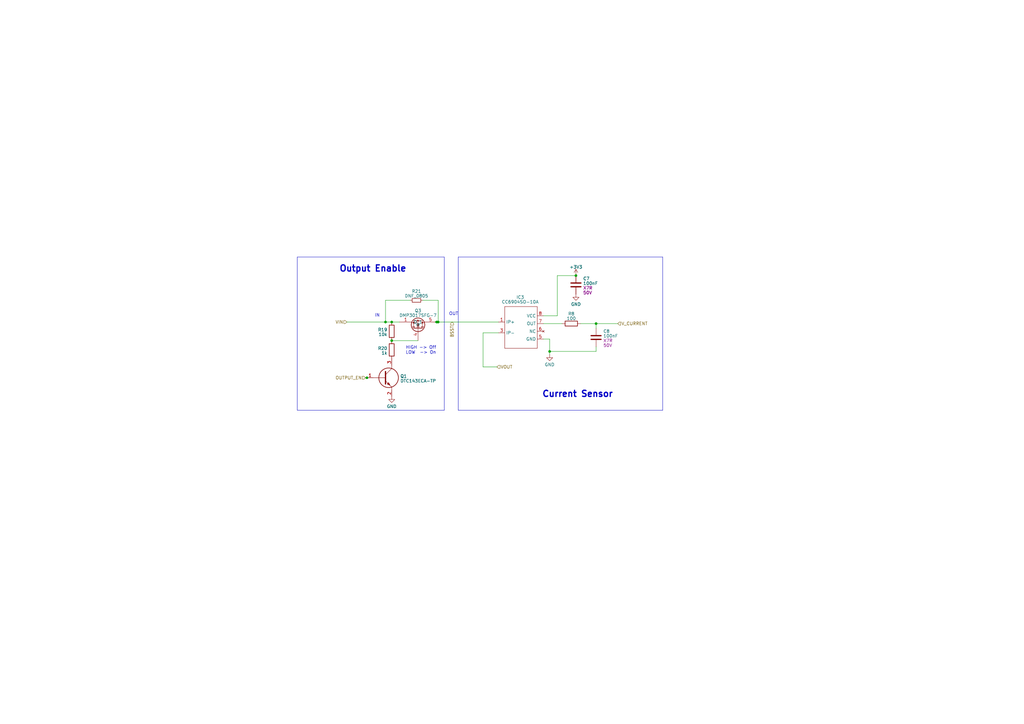
<source format=kicad_sch>
(kicad_sch
	(version 20231120)
	(generator "eeschema")
	(generator_version "8.0")
	(uuid "1aecf347-9e99-4b13-affe-538e8f18b9c4")
	(paper "A3")
	(lib_symbols
		(symbol "Capacitor_JLC:100n"
			(pin_numbers hide)
			(pin_names
				(offset 0.254)
			)
			(exclude_from_sim no)
			(in_bom yes)
			(on_board yes)
			(property "Reference" "C"
				(at 3.175 3.175 0)
				(effects
					(font
						(size 1.27 1.27)
					)
					(justify left)
				)
			)
			(property "Value" "100n"
				(at 3.175 1.27 0)
				(effects
					(font
						(size 1.27 1.27)
					)
					(justify left)
				)
			)
			(property "Footprint" "Capacitor_SMD:C_0402_1005Metric"
				(at 32.385 -1.905 0)
				(effects
					(font
						(size 1.27 1.27)
					)
					(hide yes)
				)
			)
			(property "Datasheet" "~"
				(at 0 0 0)
				(effects
					(font
						(size 1.27 1.27)
					)
					(hide yes)
				)
			)
			(property "Description" "Unpolarized capacitor"
				(at 0 0 0)
				(effects
					(font
						(size 1.27 1.27)
					)
					(hide yes)
				)
			)
			(property "Type" "X7R"
				(at 5.08 -3.175 0)
				(effects
					(font
						(size 1.27 1.27)
					)
				)
			)
			(property "LCSC" "C307331"
				(at 19.685 0 0)
				(effects
					(font
						(size 1.27 1.27)
					)
					(hide yes)
				)
			)
			(property "Voltage" "50V"
				(at 5.08 -1.27 0)
				(effects
					(font
						(size 1.27 1.27)
					)
				)
			)
			(property "ki_keywords" "cap capacitor"
				(at 0 0 0)
				(effects
					(font
						(size 1.27 1.27)
					)
					(hide yes)
				)
			)
			(property "ki_fp_filters" "C_*"
				(at 0 0 0)
				(effects
					(font
						(size 1.27 1.27)
					)
					(hide yes)
				)
			)
			(symbol "100n_0_1"
				(polyline
					(pts
						(xy -2.032 -0.762) (xy 2.032 -0.762)
					)
					(stroke
						(width 0.508)
						(type default)
					)
					(fill
						(type none)
					)
				)
				(polyline
					(pts
						(xy -2.032 0.762) (xy 2.032 0.762)
					)
					(stroke
						(width 0.508)
						(type default)
					)
					(fill
						(type none)
					)
				)
			)
			(symbol "100n_1_1"
				(pin passive line
					(at 0 3.81 270)
					(length 2.794)
					(name "~"
						(effects
							(font
								(size 1.27 1.27)
							)
						)
					)
					(number "1"
						(effects
							(font
								(size 1.27 1.27)
							)
						)
					)
				)
				(pin passive line
					(at 0 -3.81 90)
					(length 2.794)
					(name "~"
						(effects
							(font
								(size 1.27 1.27)
							)
						)
					)
					(number "2"
						(effects
							(font
								(size 1.27 1.27)
							)
						)
					)
				)
			)
		)
		(symbol "Misc_JLC:CC6904SO-10A"
			(exclude_from_sim no)
			(in_bom yes)
			(on_board yes)
			(property "Reference" "IC?"
				(at 8.89 10.16 0)
				(effects
					(font
						(size 1.27 1.27)
					)
				)
			)
			(property "Value" "CC6904SO-10A"
				(at 8.89 7.62 0)
				(effects
					(font
						(size 1.27 1.27)
					)
				)
			)
			(property "Footprint" "Package_SO:SOP-8_3.9x4.9mm_P1.27mm"
				(at 48.26 27.305 0)
				(effects
					(font
						(size 1.27 1.27)
					)
					(hide yes)
				)
			)
			(property "Datasheet" "https://datasheet.lcsc.com/lcsc/2104011834_Cross-chip-CC6904SO-10A_C469389.pdf"
				(at 70.485 24.765 0)
				(effects
					(font
						(size 1.27 1.27)
					)
					(hide yes)
				)
			)
			(property "Description" "SOP-8 Current Sensors ROHS"
				(at 0 0 0)
				(effects
					(font
						(size 1.27 1.27)
					)
					(hide yes)
				)
			)
			(property "LCSC" "C469389"
				(at 32.385 21.59 0)
				(effects
					(font
						(size 1.27 1.27)
					)
					(hide yes)
				)
			)
			(symbol "CC6904SO-10A_0_1"
				(rectangle
					(start 2.54 6.35)
					(end 15.875 -10.795)
					(stroke
						(width 0)
						(type default)
					)
					(fill
						(type none)
					)
				)
			)
			(symbol "CC6904SO-10A_1_1"
				(pin input line
					(at 0 0 0)
					(length 2.54)
					(name "IP+"
						(effects
							(font
								(size 1.27 1.27)
							)
						)
					)
					(number "1"
						(effects
							(font
								(size 1.27 1.27)
							)
						)
					)
				)
				(pin input line
					(at 0 0 0)
					(length 2.54) hide
					(name "IP+"
						(effects
							(font
								(size 1.27 1.27)
							)
						)
					)
					(number "2"
						(effects
							(font
								(size 1.27 1.27)
							)
						)
					)
				)
				(pin input line
					(at 0 -4.445 0)
					(length 2.54)
					(name "IP-"
						(effects
							(font
								(size 1.27 1.27)
							)
						)
					)
					(number "3"
						(effects
							(font
								(size 1.27 1.27)
							)
						)
					)
				)
				(pin output line
					(at 0 -4.445 0)
					(length 2.54) hide
					(name "IP-"
						(effects
							(font
								(size 1.27 1.27)
							)
						)
					)
					(number "4"
						(effects
							(font
								(size 1.27 1.27)
							)
						)
					)
				)
				(pin power_in line
					(at 18.415 -6.985 180)
					(length 2.54)
					(name "GND"
						(effects
							(font
								(size 1.27 1.27)
							)
						)
					)
					(number "5"
						(effects
							(font
								(size 1.27 1.27)
							)
						)
					)
				)
				(pin no_connect line
					(at 18.415 -3.81 180)
					(length 2.54)
					(name "NC"
						(effects
							(font
								(size 1.27 1.27)
							)
						)
					)
					(number "6"
						(effects
							(font
								(size 1.27 1.27)
							)
						)
					)
				)
				(pin output line
					(at 18.415 -0.635 180)
					(length 2.54)
					(name "OUT"
						(effects
							(font
								(size 1.27 1.27)
							)
						)
					)
					(number "7"
						(effects
							(font
								(size 1.27 1.27)
							)
						)
					)
				)
				(pin power_in line
					(at 18.415 2.54 180)
					(length 2.54)
					(name "VCC"
						(effects
							(font
								(size 1.27 1.27)
							)
						)
					)
					(number "8"
						(effects
							(font
								(size 1.27 1.27)
							)
						)
					)
				)
			)
		)
		(symbol "Resistor_JLC:100"
			(pin_numbers hide)
			(pin_names
				(offset 0)
			)
			(exclude_from_sim no)
			(in_bom yes)
			(on_board yes)
			(property "Reference" "R"
				(at 2.032 0 90)
				(effects
					(font
						(size 1.27 1.27)
					)
				)
			)
			(property "Value" "100"
				(at 0 0 90)
				(effects
					(font
						(size 1.27 1.27)
					)
				)
			)
			(property "Footprint" "Resistor_SMD:R_0402_1005Metric"
				(at -1.778 0 90)
				(effects
					(font
						(size 1.27 1.27)
					)
					(hide yes)
				)
			)
			(property "Datasheet" "~"
				(at 0 0 0)
				(effects
					(font
						(size 1.27 1.27)
					)
					(hide yes)
				)
			)
			(property "Description" "Resistor"
				(at 0 0 0)
				(effects
					(font
						(size 1.27 1.27)
					)
					(hide yes)
				)
			)
			(property "LCSC" "C25076"
				(at 0 0 0)
				(effects
					(font
						(size 1.27 1.27)
					)
					(hide yes)
				)
			)
			(property "ki_keywords" "R res resistor"
				(at 0 0 0)
				(effects
					(font
						(size 1.27 1.27)
					)
					(hide yes)
				)
			)
			(property "ki_fp_filters" "R_*"
				(at 0 0 0)
				(effects
					(font
						(size 1.27 1.27)
					)
					(hide yes)
				)
			)
			(symbol "100_0_1"
				(rectangle
					(start -1.016 -2.54)
					(end 1.016 2.54)
					(stroke
						(width 0.254)
						(type default)
					)
					(fill
						(type none)
					)
				)
			)
			(symbol "100_1_1"
				(pin passive line
					(at 0 3.81 270)
					(length 1.27)
					(name "~"
						(effects
							(font
								(size 1.27 1.27)
							)
						)
					)
					(number "1"
						(effects
							(font
								(size 1.27 1.27)
							)
						)
					)
				)
				(pin passive line
					(at 0 -3.81 90)
					(length 1.27)
					(name "~"
						(effects
							(font
								(size 1.27 1.27)
							)
						)
					)
					(number "2"
						(effects
							(font
								(size 1.27 1.27)
							)
						)
					)
				)
			)
		)
		(symbol "Resistor_JLC:10k"
			(pin_numbers hide)
			(pin_names
				(offset 0)
			)
			(exclude_from_sim no)
			(in_bom yes)
			(on_board yes)
			(property "Reference" "R"
				(at 2.032 0 90)
				(effects
					(font
						(size 1.27 1.27)
					)
				)
			)
			(property "Value" "10k"
				(at 0 0 90)
				(effects
					(font
						(size 1.27 1.27)
					)
				)
			)
			(property "Footprint" "Resistor_SMD:R_0402_1005Metric"
				(at -1.778 0 90)
				(effects
					(font
						(size 1.27 1.27)
					)
					(hide yes)
				)
			)
			(property "Datasheet" "~"
				(at 0 0 0)
				(effects
					(font
						(size 1.27 1.27)
					)
					(hide yes)
				)
			)
			(property "Description" "Resistor"
				(at 0 0 0)
				(effects
					(font
						(size 1.27 1.27)
					)
					(hide yes)
				)
			)
			(property "LCSC" "C25744"
				(at 0 0 0)
				(effects
					(font
						(size 1.27 1.27)
					)
					(hide yes)
				)
			)
			(property "ki_keywords" "R res resistor"
				(at 0 0 0)
				(effects
					(font
						(size 1.27 1.27)
					)
					(hide yes)
				)
			)
			(property "ki_fp_filters" "R_*"
				(at 0 0 0)
				(effects
					(font
						(size 1.27 1.27)
					)
					(hide yes)
				)
			)
			(symbol "10k_0_1"
				(rectangle
					(start -1.016 -2.54)
					(end 1.016 2.54)
					(stroke
						(width 0.254)
						(type default)
					)
					(fill
						(type none)
					)
				)
			)
			(symbol "10k_1_1"
				(pin passive line
					(at 0 3.81 270)
					(length 1.27)
					(name "~"
						(effects
							(font
								(size 1.27 1.27)
							)
						)
					)
					(number "1"
						(effects
							(font
								(size 1.27 1.27)
							)
						)
					)
				)
				(pin passive line
					(at 0 -3.81 90)
					(length 1.27)
					(name "~"
						(effects
							(font
								(size 1.27 1.27)
							)
						)
					)
					(number "2"
						(effects
							(font
								(size 1.27 1.27)
							)
						)
					)
				)
			)
		)
		(symbol "Resistor_JLC:1k"
			(pin_numbers hide)
			(pin_names
				(offset 0)
			)
			(exclude_from_sim no)
			(in_bom yes)
			(on_board yes)
			(property "Reference" "R"
				(at 2.032 0 90)
				(effects
					(font
						(size 1.27 1.27)
					)
				)
			)
			(property "Value" "1k"
				(at 0 0 90)
				(effects
					(font
						(size 1.27 1.27)
					)
				)
			)
			(property "Footprint" "Resistor_SMD:R_0402_1005Metric"
				(at -1.778 0 90)
				(effects
					(font
						(size 1.27 1.27)
					)
					(hide yes)
				)
			)
			(property "Datasheet" "~"
				(at 0 0 0)
				(effects
					(font
						(size 1.27 1.27)
					)
					(hide yes)
				)
			)
			(property "Description" "Resistor"
				(at 0 0 0)
				(effects
					(font
						(size 1.27 1.27)
					)
					(hide yes)
				)
			)
			(property "LCSC" "C11702"
				(at 0 0 0)
				(effects
					(font
						(size 1.27 1.27)
					)
					(hide yes)
				)
			)
			(property "ki_keywords" "R res resistor"
				(at 0 0 0)
				(effects
					(font
						(size 1.27 1.27)
					)
					(hide yes)
				)
			)
			(property "ki_fp_filters" "R_*"
				(at 0 0 0)
				(effects
					(font
						(size 1.27 1.27)
					)
					(hide yes)
				)
			)
			(symbol "1k_0_1"
				(rectangle
					(start -1.016 -2.54)
					(end 1.016 2.54)
					(stroke
						(width 0.254)
						(type default)
					)
					(fill
						(type none)
					)
				)
			)
			(symbol "1k_1_1"
				(pin passive line
					(at 0 3.81 270)
					(length 1.27)
					(name "~"
						(effects
							(font
								(size 1.27 1.27)
							)
						)
					)
					(number "1"
						(effects
							(font
								(size 1.27 1.27)
							)
						)
					)
				)
				(pin passive line
					(at 0 -3.81 90)
					(length 1.27)
					(name "~"
						(effects
							(font
								(size 1.27 1.27)
							)
						)
					)
					(number "2"
						(effects
							(font
								(size 1.27 1.27)
							)
						)
					)
				)
			)
		)
		(symbol "Transistor_JLC:DMP3017SFG-7"
			(pin_names
				(offset 0.762)
			)
			(exclude_from_sim no)
			(in_bom yes)
			(on_board yes)
			(property "Reference" "Q"
				(at 22.86 41.275 0)
				(effects
					(font
						(size 1.27 1.27)
					)
					(justify left)
				)
			)
			(property "Value" "DMP3017SFG-7"
				(at 22.86 38.735 0)
				(effects
					(font
						(size 1.27 1.27)
					)
					(justify left)
				)
			)
			(property "Footprint" "DMP3007SFG7"
				(at 22.86 36.195 0)
				(effects
					(font
						(size 1.27 1.27)
					)
					(justify left)
					(hide yes)
				)
			)
			(property "Datasheet" "https://www.diodes.com/assets/Datasheets/products_inactive_data/DMP3017SFG.pdf"
				(at 22.86 33.655 0)
				(effects
					(font
						(size 1.27 1.27)
					)
					(justify left)
					(hide yes)
				)
			)
			(property "Description" "MOSFET P-CH 30V POWERDI3333-8"
				(at 22.86 31.115 0)
				(effects
					(font
						(size 1.27 1.27)
					)
					(justify left)
					(hide yes)
				)
			)
			(property "Height" "0.8"
				(at 22.86 28.575 0)
				(effects
					(font
						(size 1.27 1.27)
					)
					(justify left)
					(hide yes)
				)
			)
			(property "Manufacturer_Name" "Diodes Inc."
				(at 22.86 26.035 0)
				(effects
					(font
						(size 1.27 1.27)
					)
					(justify left)
					(hide yes)
				)
			)
			(property "Manufacturer_Part_Number" "DMP3017SFG-7"
				(at 22.86 23.495 0)
				(effects
					(font
						(size 1.27 1.27)
					)
					(justify left)
					(hide yes)
				)
			)
			(property "Mouser Part Number" "621-DMP3017SFG-7"
				(at 22.86 20.955 0)
				(effects
					(font
						(size 1.27 1.27)
					)
					(justify left)
					(hide yes)
				)
			)
			(property "Mouser Price/Stock" "https://www.mouser.co.uk/ProductDetail/Diodes-Incorporated/DMP3017SFG-7?qs=dOK1vf2izjuHbyAr8sMEAg%3D%3D"
				(at 22.86 18.415 0)
				(effects
					(font
						(size 1.27 1.27)
					)
					(justify left)
					(hide yes)
				)
			)
			(property "Arrow Part Number" "DMP3017SFG-7"
				(at 22.86 15.875 0)
				(effects
					(font
						(size 1.27 1.27)
					)
					(justify left)
					(hide yes)
				)
			)
			(property "Arrow Price/Stock" "https://www.arrow.com/en/products/dmp3017sfg-7/diodes-incorporated"
				(at 22.86 13.335 0)
				(effects
					(font
						(size 1.27 1.27)
					)
					(justify left)
					(hide yes)
				)
			)
			(property "LCSC" "DMP3017SFG"
				(at 29.21 10.795 0)
				(effects
					(font
						(size 1.27 1.27)
					)
					(hide yes)
				)
			)
			(symbol "DMP3017SFG-7_0_0"
				(pin passive line
					(at 7.62 -7.62 90)
					(length 5.08)
					(name ""
						(effects
							(font
								(size 1.27 1.27)
							)
						)
					)
					(number "1"
						(effects
							(font
								(size 1.27 1.27)
							)
						)
					)
				)
				(pin passive line
					(at 7.62 -7.62 90)
					(length 5.08) hide
					(name ""
						(effects
							(font
								(size 1.27 1.27)
							)
						)
					)
					(number "2"
						(effects
							(font
								(size 1.27 1.27)
							)
						)
					)
				)
				(pin passive line
					(at 7.62 -7.62 90)
					(length 5.08) hide
					(name ""
						(effects
							(font
								(size 1.27 1.27)
							)
						)
					)
					(number "3"
						(effects
							(font
								(size 1.27 1.27)
							)
						)
					)
				)
				(pin passive line
					(at 0 0 0)
					(length 5.08)
					(name "G"
						(effects
							(font
								(size 1.27 1.27)
							)
						)
					)
					(number "4"
						(effects
							(font
								(size 1.27 1.27)
							)
						)
					)
				)
				(pin passive line
					(at 7.62 7.62 270)
					(length 5.08)
					(name "D_1"
						(effects
							(font
								(size 1.27 1.27)
							)
						)
					)
					(number "5"
						(effects
							(font
								(size 1.27 1.27)
							)
						)
					)
				)
				(pin passive line
					(at 7.62 7.62 270)
					(length 5.08) hide
					(name ""
						(effects
							(font
								(size 1.27 1.27)
							)
						)
					)
					(number "6"
						(effects
							(font
								(size 1.27 1.27)
							)
						)
					)
				)
				(pin passive line
					(at 7.62 7.62 270)
					(length 5.08) hide
					(name ""
						(effects
							(font
								(size 1.27 1.27)
							)
						)
					)
					(number "7"
						(effects
							(font
								(size 1.27 1.27)
							)
						)
					)
				)
				(pin passive line
					(at 7.62 7.62 270)
					(length 5.08) hide
					(name ""
						(effects
							(font
								(size 1.27 1.27)
							)
						)
					)
					(number "8"
						(effects
							(font
								(size 1.27 1.27)
							)
						)
					)
				)
				(pin passive line
					(at 7.62 7.62 270)
					(length 5.08) hide
					(name ""
						(effects
							(font
								(size 1.27 1.27)
							)
						)
					)
					(number "9"
						(effects
							(font
								(size 1.27 1.27)
							)
						)
					)
				)
			)
			(symbol "DMP3017SFG-7_0_1"
				(polyline
					(pts
						(xy 5.08 1.905) (xy 5.08 -1.905)
					)
					(stroke
						(width 0.254)
						(type default)
					)
					(fill
						(type none)
					)
				)
				(polyline
					(pts
						(xy 5.588 -1.27) (xy 5.588 -2.286)
					)
					(stroke
						(width 0.254)
						(type default)
					)
					(fill
						(type none)
					)
				)
				(polyline
					(pts
						(xy 5.588 0.508) (xy 5.588 -0.508)
					)
					(stroke
						(width 0.254)
						(type default)
					)
					(fill
						(type none)
					)
				)
				(polyline
					(pts
						(xy 5.588 2.286) (xy 5.588 1.27)
					)
					(stroke
						(width 0.254)
						(type default)
					)
					(fill
						(type none)
					)
				)
				(polyline
					(pts
						(xy 7.366 2.54) (xy 7.366 1.778)
					)
					(stroke
						(width 0)
						(type default)
					)
					(fill
						(type none)
					)
				)
				(polyline
					(pts
						(xy 7.366 -2.54) (xy 7.366 0) (xy 5.588 0)
					)
					(stroke
						(width 0)
						(type default)
					)
					(fill
						(type none)
					)
				)
				(polyline
					(pts
						(xy 5.588 1.778) (xy 8.128 1.778) (xy 8.128 -1.778) (xy 5.588 -1.778)
					)
					(stroke
						(width 0)
						(type default)
					)
					(fill
						(type none)
					)
				)
				(polyline
					(pts
						(xy 7.112 0) (xy 6.096 0.381) (xy 6.096 -0.381) (xy 7.112 0)
					)
					(stroke
						(width 0)
						(type default)
					)
					(fill
						(type outline)
					)
				)
				(polyline
					(pts
						(xy 7.62 -0.508) (xy 7.747 -0.381) (xy 8.509 -0.381) (xy 8.636 -0.254)
					)
					(stroke
						(width 0)
						(type default)
					)
					(fill
						(type none)
					)
				)
				(polyline
					(pts
						(xy 8.128 -0.381) (xy 7.747 0.254) (xy 8.509 0.254) (xy 8.128 -0.381)
					)
					(stroke
						(width 0)
						(type default)
					)
					(fill
						(type none)
					)
				)
				(circle
					(center 6.477 0)
					(radius 2.794)
					(stroke
						(width 0.254)
						(type default)
					)
					(fill
						(type none)
					)
				)
				(circle
					(center 7.366 -1.778)
					(radius 0.254)
					(stroke
						(width 0)
						(type default)
					)
					(fill
						(type outline)
					)
				)
				(circle
					(center 7.366 1.778)
					(radius 0.254)
					(stroke
						(width 0)
						(type default)
					)
					(fill
						(type outline)
					)
				)
			)
		)
		(symbol "Transistor_JLC:DTC143ECA-TP"
			(pin_names
				(offset 0.762)
			)
			(exclude_from_sim no)
			(in_bom yes)
			(on_board yes)
			(property "Reference" "Q"
				(at 13.97 1.27 0)
				(effects
					(font
						(size 1.27 1.27)
					)
					(justify left)
				)
			)
			(property "Value" "DTC143ECA-TP"
				(at 13.97 -1.27 0)
				(effects
					(font
						(size 1.27 1.27)
					)
					(justify left)
				)
			)
			(property "Footprint" "SOT95P237X125-3N"
				(at 13.97 -3.81 0)
				(effects
					(font
						(size 1.27 1.27)
					)
					(justify left)
					(hide yes)
				)
			)
			(property "Datasheet" "https://componentsearchengine.com/Datasheets/1/DTC143ECA-TP.pdf"
				(at 13.97 -6.35 0)
				(effects
					(font
						(size 1.27 1.27)
					)
					(justify left)
					(hide yes)
				)
			)
			(property "Description" "Bipolar Transistors - Pre-Biased NPN 4.7KOhms 250MHz"
				(at 13.97 -8.89 0)
				(effects
					(font
						(size 1.27 1.27)
					)
					(justify left)
					(hide yes)
				)
			)
			(property "Height" "1.25"
				(at 13.97 -11.43 0)
				(effects
					(font
						(size 1.27 1.27)
					)
					(justify left)
					(hide yes)
				)
			)
			(property "Manufacturer_Name" "MCC"
				(at 13.97 -13.97 0)
				(effects
					(font
						(size 1.27 1.27)
					)
					(justify left)
					(hide yes)
				)
			)
			(property "Manufacturer_Part_Number" "DTC143ECA-TP"
				(at 13.97 -16.51 0)
				(effects
					(font
						(size 1.27 1.27)
					)
					(justify left)
					(hide yes)
				)
			)
			(property "Mouser Part Number" "833-DTC143ECA-TP"
				(at 13.97 -19.05 0)
				(effects
					(font
						(size 1.27 1.27)
					)
					(justify left)
					(hide yes)
				)
			)
			(property "Mouser Price/Stock" "https://www.mouser.com/Search/Refine.aspx?Keyword=833-DTC143ECA-TP"
				(at 13.97 -21.59 0)
				(effects
					(font
						(size 1.27 1.27)
					)
					(justify left)
					(hide yes)
				)
			)
			(property "Arrow Part Number" "DTC143ECA-TP"
				(at 13.97 -24.13 0)
				(effects
					(font
						(size 1.27 1.27)
					)
					(justify left)
					(hide yes)
				)
			)
			(property "Arrow Price/Stock" "https://www.arrow.com/en/products/dtc143eca-tp/micro-commercial-components?region=nac"
				(at 13.97 -26.67 0)
				(effects
					(font
						(size 1.27 1.27)
					)
					(justify left)
					(hide yes)
				)
			)
			(property "JLCPCB" "C13871"
				(at 0 0 0)
				(effects
					(font
						(size 1.27 1.27)
					)
					(hide yes)
				)
			)
			(symbol "DTC143ECA-TP_0_0"
				(pin passive line
					(at 0 0 0)
					(length 2.54)
					(name "~"
						(effects
							(font
								(size 1.27 1.27)
							)
						)
					)
					(number "1"
						(effects
							(font
								(size 1.27 1.27)
							)
						)
					)
				)
				(pin passive line
					(at 10.16 -7.62 90)
					(length 2.54)
					(name "~"
						(effects
							(font
								(size 1.27 1.27)
							)
						)
					)
					(number "2"
						(effects
							(font
								(size 1.27 1.27)
							)
						)
					)
				)
				(pin passive line
					(at 10.16 7.62 270)
					(length 2.54)
					(name "~"
						(effects
							(font
								(size 1.27 1.27)
							)
						)
					)
					(number "3"
						(effects
							(font
								(size 1.27 1.27)
							)
						)
					)
				)
			)
			(symbol "DTC143ECA-TP_0_1"
				(polyline
					(pts
						(xy 2.54 0) (xy 7.62 0)
					)
					(stroke
						(width 0.1524)
						(type solid)
					)
					(fill
						(type none)
					)
				)
				(polyline
					(pts
						(xy 7.62 -1.27) (xy 10.16 -3.81)
					)
					(stroke
						(width 0.1524)
						(type solid)
					)
					(fill
						(type none)
					)
				)
				(polyline
					(pts
						(xy 7.62 1.27) (xy 10.16 3.81)
					)
					(stroke
						(width 0.1524)
						(type solid)
					)
					(fill
						(type none)
					)
				)
				(polyline
					(pts
						(xy 7.62 2.54) (xy 7.62 -2.54)
					)
					(stroke
						(width 0.508)
						(type solid)
					)
					(fill
						(type none)
					)
				)
				(polyline
					(pts
						(xy 10.16 -3.81) (xy 10.16 -5.08)
					)
					(stroke
						(width 0.1524)
						(type solid)
					)
					(fill
						(type none)
					)
				)
				(polyline
					(pts
						(xy 10.16 3.81) (xy 10.16 5.08)
					)
					(stroke
						(width 0.1524)
						(type solid)
					)
					(fill
						(type none)
					)
				)
				(polyline
					(pts
						(xy 8.382 -2.54) (xy 8.89 -2.032) (xy 9.398 -3.048) (xy 8.382 -2.54)
					)
					(stroke
						(width 0.254)
						(type solid)
					)
					(fill
						(type outline)
					)
				)
				(circle
					(center 8.89 0)
					(radius 4.0132)
					(stroke
						(width 0.254)
						(type solid)
					)
					(fill
						(type none)
					)
				)
			)
		)
		(symbol "personal:DNF_0805"
			(pin_numbers hide)
			(pin_names
				(offset 0.254) hide)
			(exclude_from_sim no)
			(in_bom yes)
			(on_board yes)
			(property "Reference" "R"
				(at 0.762 0.508 0)
				(effects
					(font
						(size 1.27 1.27)
					)
					(justify left)
				)
			)
			(property "Value" "DNF_0805"
				(at 0.762 -1.016 0)
				(effects
					(font
						(size 1.27 1.27)
					)
					(justify left)
				)
			)
			(property "Footprint" "Resistor_SMD:R_0805_2012Metric_Pad1.20x1.40mm_HandSolder"
				(at 0 0 0)
				(effects
					(font
						(size 1.27 1.27)
					)
					(hide yes)
				)
			)
			(property "Datasheet" "~"
				(at 0 0 0)
				(effects
					(font
						(size 1.27 1.27)
					)
					(hide yes)
				)
			)
			(property "Description" "Resistor, small symbol"
				(at 0 0 0)
				(effects
					(font
						(size 1.27 1.27)
					)
					(hide yes)
				)
			)
			(property "ki_keywords" "R resistor"
				(at 0 0 0)
				(effects
					(font
						(size 1.27 1.27)
					)
					(hide yes)
				)
			)
			(property "ki_fp_filters" "R_*"
				(at 0 0 0)
				(effects
					(font
						(size 1.27 1.27)
					)
					(hide yes)
				)
			)
			(symbol "DNF_0805_0_1"
				(rectangle
					(start -0.762 1.778)
					(end 0.762 -1.778)
					(stroke
						(width 0.2032)
						(type default)
					)
					(fill
						(type none)
					)
				)
			)
			(symbol "DNF_0805_1_1"
				(pin passive line
					(at 0 2.54 270)
					(length 0.762)
					(name "~"
						(effects
							(font
								(size 1.27 1.27)
							)
						)
					)
					(number "1"
						(effects
							(font
								(size 1.27 1.27)
							)
						)
					)
				)
				(pin passive line
					(at 0 -2.54 90)
					(length 0.762)
					(name "~"
						(effects
							(font
								(size 1.27 1.27)
							)
						)
					)
					(number "2"
						(effects
							(font
								(size 1.27 1.27)
							)
						)
					)
				)
			)
		)
		(symbol "power:+3V3"
			(power)
			(pin_names
				(offset 0)
			)
			(exclude_from_sim no)
			(in_bom yes)
			(on_board yes)
			(property "Reference" "#PWR"
				(at 0 -3.81 0)
				(effects
					(font
						(size 1.27 1.27)
					)
					(hide yes)
				)
			)
			(property "Value" "+3V3"
				(at 0 3.556 0)
				(effects
					(font
						(size 1.27 1.27)
					)
				)
			)
			(property "Footprint" ""
				(at 0 0 0)
				(effects
					(font
						(size 1.27 1.27)
					)
					(hide yes)
				)
			)
			(property "Datasheet" ""
				(at 0 0 0)
				(effects
					(font
						(size 1.27 1.27)
					)
					(hide yes)
				)
			)
			(property "Description" "Power symbol creates a global label with name \"+3V3\""
				(at 0 0 0)
				(effects
					(font
						(size 1.27 1.27)
					)
					(hide yes)
				)
			)
			(property "ki_keywords" "global power"
				(at 0 0 0)
				(effects
					(font
						(size 1.27 1.27)
					)
					(hide yes)
				)
			)
			(symbol "+3V3_0_1"
				(polyline
					(pts
						(xy -0.762 1.27) (xy 0 2.54)
					)
					(stroke
						(width 0)
						(type default)
					)
					(fill
						(type none)
					)
				)
				(polyline
					(pts
						(xy 0 0) (xy 0 2.54)
					)
					(stroke
						(width 0)
						(type default)
					)
					(fill
						(type none)
					)
				)
				(polyline
					(pts
						(xy 0 2.54) (xy 0.762 1.27)
					)
					(stroke
						(width 0)
						(type default)
					)
					(fill
						(type none)
					)
				)
			)
			(symbol "+3V3_1_1"
				(pin power_in line
					(at 0 0 90)
					(length 0) hide
					(name "+3V3"
						(effects
							(font
								(size 1.27 1.27)
							)
						)
					)
					(number "1"
						(effects
							(font
								(size 1.27 1.27)
							)
						)
					)
				)
			)
		)
		(symbol "power:GND"
			(power)
			(pin_names
				(offset 0)
			)
			(exclude_from_sim no)
			(in_bom yes)
			(on_board yes)
			(property "Reference" "#PWR"
				(at 0 -6.35 0)
				(effects
					(font
						(size 1.27 1.27)
					)
					(hide yes)
				)
			)
			(property "Value" "GND"
				(at 0 -3.81 0)
				(effects
					(font
						(size 1.27 1.27)
					)
				)
			)
			(property "Footprint" ""
				(at 0 0 0)
				(effects
					(font
						(size 1.27 1.27)
					)
					(hide yes)
				)
			)
			(property "Datasheet" ""
				(at 0 0 0)
				(effects
					(font
						(size 1.27 1.27)
					)
					(hide yes)
				)
			)
			(property "Description" "Power symbol creates a global label with name \"GND\" , ground"
				(at 0 0 0)
				(effects
					(font
						(size 1.27 1.27)
					)
					(hide yes)
				)
			)
			(property "ki_keywords" "global power"
				(at 0 0 0)
				(effects
					(font
						(size 1.27 1.27)
					)
					(hide yes)
				)
			)
			(symbol "GND_0_1"
				(polyline
					(pts
						(xy 0 0) (xy 0 -1.27) (xy 1.27 -1.27) (xy 0 -2.54) (xy -1.27 -1.27) (xy 0 -1.27)
					)
					(stroke
						(width 0)
						(type default)
					)
					(fill
						(type none)
					)
				)
			)
			(symbol "GND_1_1"
				(pin power_in line
					(at 0 0 270)
					(length 0) hide
					(name "GND"
						(effects
							(font
								(size 1.27 1.27)
							)
						)
					)
					(number "1"
						(effects
							(font
								(size 1.27 1.27)
							)
						)
					)
				)
			)
		)
	)
	(junction
		(at 160.655 132.08)
		(diameter 0)
		(color 0 0 0 0)
		(uuid "03690b14-96ae-49f7-899f-7ab200c85eaa")
	)
	(junction
		(at 158.115 132.08)
		(diameter 0)
		(color 0 0 0 0)
		(uuid "0b44bbb1-1a87-46bf-8a7f-b2fe6b96e17b")
	)
	(junction
		(at 160.655 139.7)
		(diameter 0)
		(color 0 0 0 0)
		(uuid "6fa62adf-40ef-4f14-8d52-adb805866c8f")
	)
	(junction
		(at 179.705 132.08)
		(diameter 0)
		(color 0 0 0 0)
		(uuid "97f44a68-2d02-48bb-99e8-24a797307f83")
	)
	(junction
		(at 179.07 132.08)
		(diameter 0)
		(color 0 0 0 0)
		(uuid "afffedfb-3af2-4368-b628-d548ceb09664")
	)
	(junction
		(at 244.475 132.715)
		(diameter 0)
		(color 0 0 0 0)
		(uuid "cdd0b684-b31f-4d4a-9f5c-8d5c120abb3b")
	)
	(junction
		(at 150.495 154.94)
		(diameter 0)
		(color 0 0 0 0)
		(uuid "d9f82554-6a41-46cf-b70c-5bfc573ef03f")
	)
	(junction
		(at 225.425 144.145)
		(diameter 0)
		(color 0 0 0 0)
		(uuid "f70c4543-6cd4-4d86-ae27-488da72b6f58")
	)
	(junction
		(at 236.22 113.03)
		(diameter 0)
		(color 0 0 0 0)
		(uuid "fc11ae61-9ce8-4118-ab79-de3baa76c6f8")
	)
	(polyline
		(pts
			(xy 187.96 168.275) (xy 187.96 105.41)
		)
		(stroke
			(width 0)
			(type default)
		)
		(uuid "105e35c7-1c36-4d5c-bd1b-5f6e9d27b8a3")
	)
	(wire
		(pts
			(xy 173.355 123.19) (xy 179.705 123.19)
		)
		(stroke
			(width 0)
			(type default)
		)
		(uuid "1f4af4e2-f3b1-4028-b377-5d2d492f0ae9")
	)
	(wire
		(pts
			(xy 160.655 132.08) (xy 163.83 132.08)
		)
		(stroke
			(width 0)
			(type default)
		)
		(uuid "22560c8e-ce46-433e-aabc-505c0528fecd")
	)
	(wire
		(pts
			(xy 168.275 123.19) (xy 158.115 123.19)
		)
		(stroke
			(width 0)
			(type default)
		)
		(uuid "25642621-9a8a-42f9-ae54-39418c779dca")
	)
	(wire
		(pts
			(xy 179.705 132.08) (xy 204.47 132.08)
		)
		(stroke
			(width 0)
			(type default)
		)
		(uuid "2b8ad9e4-46bf-41ea-a281-e4e7e6ef78bf")
	)
	(wire
		(pts
			(xy 178.435 132.08) (xy 179.07 132.08)
		)
		(stroke
			(width 0)
			(type default)
		)
		(uuid "3a9724f3-705a-4100-8648-bb1d171de291")
	)
	(wire
		(pts
			(xy 160.655 139.7) (xy 171.45 139.7)
		)
		(stroke
			(width 0)
			(type default)
		)
		(uuid "3e12b45f-d7b6-4c87-a692-119575d19974")
	)
	(wire
		(pts
			(xy 142.24 132.08) (xy 158.115 132.08)
		)
		(stroke
			(width 0)
			(type default)
		)
		(uuid "3ebdb6a3-e159-46a6-a656-b3d5be522827")
	)
	(wire
		(pts
			(xy 222.885 129.54) (xy 228.6 129.54)
		)
		(stroke
			(width 0)
			(type default)
		)
		(uuid "4a70d745-1dcc-4298-8be8-e581e3e5bb4f")
	)
	(wire
		(pts
			(xy 225.425 139.065) (xy 225.425 144.145)
		)
		(stroke
			(width 0)
			(type default)
		)
		(uuid "4eda9348-b79f-4203-81de-4ec9fef55a7c")
	)
	(wire
		(pts
			(xy 244.475 132.715) (xy 253.365 132.715)
		)
		(stroke
			(width 0)
			(type default)
		)
		(uuid "56177a48-fa8a-4686-af0d-114bfddacd01")
	)
	(wire
		(pts
			(xy 225.425 144.145) (xy 244.475 144.145)
		)
		(stroke
			(width 0)
			(type default)
		)
		(uuid "562697ce-1388-4529-a87b-0d2a71ee11af")
	)
	(wire
		(pts
			(xy 158.115 123.19) (xy 158.115 132.08)
		)
		(stroke
			(width 0)
			(type default)
		)
		(uuid "6257adc2-9088-4e29-ad16-ebc618778345")
	)
	(wire
		(pts
			(xy 198.12 150.495) (xy 203.835 150.495)
		)
		(stroke
			(width 0)
			(type default)
		)
		(uuid "66311051-65aa-4bb3-b516-2461a96564df")
	)
	(wire
		(pts
			(xy 158.115 132.08) (xy 160.655 132.08)
		)
		(stroke
			(width 0)
			(type default)
		)
		(uuid "707f09d7-d031-4351-a0a7-1840fa328106")
	)
	(wire
		(pts
			(xy 179.07 132.08) (xy 179.705 132.08)
		)
		(stroke
			(width 0)
			(type default)
		)
		(uuid "76a73611-c4ad-4c57-879d-600b5d93c181")
	)
	(wire
		(pts
			(xy 198.12 136.525) (xy 204.47 136.525)
		)
		(stroke
			(width 0)
			(type default)
		)
		(uuid "80aa5740-a66c-4553-afe2-37a4dba15eb6")
	)
	(wire
		(pts
			(xy 150.495 154.94) (xy 151.13 154.94)
		)
		(stroke
			(width 0)
			(type default)
		)
		(uuid "8a976ca5-a315-45e5-bc21-0e15606c5327")
	)
	(wire
		(pts
			(xy 238.125 132.715) (xy 244.475 132.715)
		)
		(stroke
			(width 0)
			(type default)
		)
		(uuid "8e87815d-288c-491f-908b-039f05988d57")
	)
	(wire
		(pts
			(xy 179.705 123.19) (xy 179.705 132.08)
		)
		(stroke
			(width 0)
			(type default)
		)
		(uuid "a05b2cf8-cd30-4294-9e8f-6599f97297eb")
	)
	(wire
		(pts
			(xy 228.6 113.03) (xy 236.22 113.03)
		)
		(stroke
			(width 0)
			(type default)
		)
		(uuid "a1189ec4-c3d7-4cb9-8c8c-b9e9faf84682")
	)
	(polyline
		(pts
			(xy 187.96 105.41) (xy 271.78 105.41)
		)
		(stroke
			(width 0)
			(type default)
		)
		(uuid "b2e26df2-fddb-4379-aeda-ef170fffc6f8")
	)
	(wire
		(pts
			(xy 149.86 154.94) (xy 150.495 154.94)
		)
		(stroke
			(width 0)
			(type default)
		)
		(uuid "b5a1d77d-4402-48f7-b303-3a99e8ee21b6")
	)
	(wire
		(pts
			(xy 244.475 142.24) (xy 244.475 144.145)
		)
		(stroke
			(width 0)
			(type default)
		)
		(uuid "bf6e70e2-f4ef-4c62-b225-db59c0d7d0f8")
	)
	(wire
		(pts
			(xy 198.12 136.525) (xy 198.12 150.495)
		)
		(stroke
			(width 0)
			(type default)
		)
		(uuid "ccc9b36f-5f3c-4fd0-ab7d-19df9721abc5")
	)
	(wire
		(pts
			(xy 225.425 144.145) (xy 225.425 145.415)
		)
		(stroke
			(width 0)
			(type default)
		)
		(uuid "d16d9fc9-969a-432e-b372-7c1a9de9fc8d")
	)
	(wire
		(pts
			(xy 222.885 139.065) (xy 225.425 139.065)
		)
		(stroke
			(width 0)
			(type default)
		)
		(uuid "d6078be3-7d35-4b7a-b0c8-fbd9439c2b5e")
	)
	(wire
		(pts
			(xy 222.885 132.715) (xy 230.505 132.715)
		)
		(stroke
			(width 0)
			(type default)
		)
		(uuid "e72b7617-465d-4861-a92f-4478fa381792")
	)
	(polyline
		(pts
			(xy 271.78 168.275) (xy 187.96 168.275)
		)
		(stroke
			(width 0)
			(type default)
		)
		(uuid "edb9c0e5-2a37-45a6-b9e5-3235134f5be1")
	)
	(wire
		(pts
			(xy 228.6 129.54) (xy 228.6 113.03)
		)
		(stroke
			(width 0)
			(type default)
		)
		(uuid "ef48928c-19f4-45ab-a14b-6cfcc3f048e7")
	)
	(wire
		(pts
			(xy 244.475 132.715) (xy 244.475 134.62)
		)
		(stroke
			(width 0)
			(type default)
		)
		(uuid "f60598db-9c35-4134-8805-85d1c47a3cfc")
	)
	(polyline
		(pts
			(xy 271.78 105.41) (xy 271.78 168.275)
		)
		(stroke
			(width 0)
			(type default)
		)
		(uuid "f714aae3-34f7-4dd7-bfa6-babd2a250745")
	)
	(rectangle
		(start 121.92 105.41)
		(end 182.245 168.275)
		(stroke
			(width 0)
			(type default)
		)
		(fill
			(type none)
		)
		(uuid 81e92dc6-2ef3-42b5-a6de-c9af1e784412)
	)
	(text "IN"
		(exclude_from_sim no)
		(at 153.67 130.175 0)
		(effects
			(font
				(size 1.27 1.27)
			)
			(justify left bottom)
		)
		(uuid "30078a9c-7c47-425b-b5ec-38ab8ac23935")
	)
	(text "Output Enable"
		(exclude_from_sim no)
		(at 139.065 111.76 0)
		(effects
			(font
				(size 2.54 2.54)
				(thickness 0.508)
				(bold yes)
			)
			(justify left bottom)
		)
		(uuid "7c166ea7-7bfa-480d-949f-52c530de2475")
	)
	(text "OUT"
		(exclude_from_sim no)
		(at 184.15 129.54 0)
		(effects
			(font
				(size 1.27 1.27)
			)
			(justify left bottom)
		)
		(uuid "dcd70782-b500-4e9f-9330-9f6f234b8dc1")
	)
	(text "Current Sensor"
		(exclude_from_sim no)
		(at 222.25 163.195 0)
		(effects
			(font
				(size 2.54 2.54)
				(thickness 0.508)
				(bold yes)
			)
			(justify left bottom)
		)
		(uuid "ef6d9aeb-91fd-4286-aa04-9d7b7de10a7d")
	)
	(text "HIGH -> Off\nLOW  -> On"
		(exclude_from_sim no)
		(at 166.37 145.415 0)
		(effects
			(font
				(size 1.27 1.27)
			)
			(justify left bottom)
		)
		(uuid "fcd4d416-266f-484c-91bd-86ea3a57d7d6")
	)
	(hierarchical_label "VOUT"
		(shape input)
		(at 203.835 150.495 0)
		(fields_autoplaced yes)
		(effects
			(font
				(size 1.27 1.27)
			)
			(justify left)
		)
		(uuid "2ed6bbca-21fb-4da9-b93f-e5804a698177")
	)
	(hierarchical_label "OUTPUT_EN"
		(shape input)
		(at 149.86 154.94 180)
		(fields_autoplaced yes)
		(effects
			(font
				(size 1.27 1.27)
			)
			(justify right)
		)
		(uuid "3c47c95e-aa15-47ad-80df-3e49c6ce7e30")
	)
	(hierarchical_label "BSST"
		(shape input)
		(at 185.42 132.08 270)
		(fields_autoplaced yes)
		(effects
			(font
				(size 1.27 1.27)
			)
			(justify right)
		)
		(uuid "43ed77bf-a3f1-4f3b-92c6-c64459a5548d")
	)
	(hierarchical_label "V_CURRENT"
		(shape input)
		(at 253.365 132.715 0)
		(fields_autoplaced yes)
		(effects
			(font
				(size 1.27 1.27)
			)
			(justify left)
		)
		(uuid "50da3163-12d6-4c12-a254-7790475e73c2")
	)
	(hierarchical_label "VIN"
		(shape input)
		(at 142.24 132.08 180)
		(fields_autoplaced yes)
		(effects
			(font
				(size 1.27 1.27)
			)
			(justify right)
		)
		(uuid "52bec330-ab08-41c7-b40e-4f923956511f")
	)
	(symbol
		(lib_id "power:+3V3")
		(at 236.22 113.03 0)
		(unit 1)
		(exclude_from_sim no)
		(in_bom yes)
		(on_board yes)
		(dnp no)
		(fields_autoplaced yes)
		(uuid "06c29cbd-9171-428d-b24e-379f31cf2bbb")
		(property "Reference" "#PWR012"
			(at 236.22 116.84 0)
			(effects
				(font
					(size 1.27 1.27)
				)
				(hide yes)
			)
		)
		(property "Value" "+3V3"
			(at 236.22 109.5281 0)
			(effects
				(font
					(size 1.27 1.27)
				)
			)
		)
		(property "Footprint" ""
			(at 236.22 113.03 0)
			(effects
				(font
					(size 1.27 1.27)
				)
				(hide yes)
			)
		)
		(property "Datasheet" ""
			(at 236.22 113.03 0)
			(effects
				(font
					(size 1.27 1.27)
				)
				(hide yes)
			)
		)
		(property "Description" ""
			(at 236.22 113.03 0)
			(effects
				(font
					(size 1.27 1.27)
				)
				(hide yes)
			)
		)
		(pin "1"
			(uuid "2a82acf9-7f95-49ee-ab44-a9c1b5ea0861")
		)
		(instances
			(project "Spark-Analyzer"
				(path "/e63e39d7-6ac0-4ffd-8aa3-1841a4541b55/09249122-29b0-4dde-b4ca-260315792c2e"
					(reference "#PWR012")
					(unit 1)
				)
			)
		)
	)
	(symbol
		(lib_id "Capacitor_JLC:100n")
		(at 244.475 138.43 0)
		(unit 1)
		(exclude_from_sim no)
		(in_bom yes)
		(on_board yes)
		(dnp no)
		(fields_autoplaced yes)
		(uuid "28d72a64-3dd1-482b-850b-06918cc27363")
		(property "Reference" "C8"
			(at 247.396 135.8653 0)
			(effects
				(font
					(size 1.27 1.27)
				)
				(justify left)
			)
		)
		(property "Value" "100nF"
			(at 247.396 137.7863 0)
			(effects
				(font
					(size 1.27 1.27)
				)
				(justify left)
			)
		)
		(property "Footprint" "Capacitor_SMD:C_0402_1005Metric"
			(at 276.86 140.335 0)
			(effects
				(font
					(size 1.27 1.27)
				)
				(hide yes)
			)
		)
		(property "Datasheet" "~"
			(at 244.475 138.43 0)
			(effects
				(font
					(size 1.27 1.27)
				)
				(hide yes)
			)
		)
		(property "Description" ""
			(at 244.475 138.43 0)
			(effects
				(font
					(size 1.27 1.27)
				)
				(hide yes)
			)
		)
		(property "Type" "X7R"
			(at 247.396 139.7073 0)
			(effects
				(font
					(size 1.27 1.27)
				)
				(justify left)
			)
		)
		(property "LCSC" "C307331"
			(at 264.16 138.43 0)
			(effects
				(font
					(size 1.27 1.27)
				)
				(hide yes)
			)
		)
		(property "Voltage" "50V"
			(at 247.396 141.6283 0)
			(effects
				(font
					(size 1.27 1.27)
				)
				(justify left)
			)
		)
		(property "Frequency" ""
			(at 244.475 138.43 0)
			(effects
				(font
					(size 1.27 1.27)
				)
				(hide yes)
			)
		)
		(property "MPN" ""
			(at 244.475 138.43 0)
			(effects
				(font
					(size 1.27 1.27)
				)
				(hide yes)
			)
		)
		(property "Rating" ""
			(at 244.475 138.43 0)
			(effects
				(font
					(size 1.27 1.27)
				)
				(hide yes)
			)
		)
		(pin "1"
			(uuid "0da786d3-abec-4d7b-8370-23b5d54fb929")
		)
		(pin "2"
			(uuid "a0c2bbea-bdb3-46bd-800c-c7250edb290f")
		)
		(instances
			(project "Spark-Analyzer"
				(path "/e63e39d7-6ac0-4ffd-8aa3-1841a4541b55/09249122-29b0-4dde-b4ca-260315792c2e"
					(reference "C8")
					(unit 1)
				)
			)
		)
	)
	(symbol
		(lib_id "power:GND")
		(at 225.425 145.415 0)
		(unit 1)
		(exclude_from_sim no)
		(in_bom yes)
		(on_board yes)
		(dnp no)
		(fields_autoplaced yes)
		(uuid "2fe5dd95-13de-40d6-a7cc-8f24d071b857")
		(property "Reference" "#PWR013"
			(at 225.425 151.765 0)
			(effects
				(font
					(size 1.27 1.27)
				)
				(hide yes)
			)
		)
		(property "Value" "GND"
			(at 225.425 149.5505 0)
			(effects
				(font
					(size 1.27 1.27)
				)
			)
		)
		(property "Footprint" ""
			(at 225.425 145.415 0)
			(effects
				(font
					(size 1.27 1.27)
				)
				(hide yes)
			)
		)
		(property "Datasheet" ""
			(at 225.425 145.415 0)
			(effects
				(font
					(size 1.27 1.27)
				)
				(hide yes)
			)
		)
		(property "Description" ""
			(at 225.425 145.415 0)
			(effects
				(font
					(size 1.27 1.27)
				)
				(hide yes)
			)
		)
		(pin "1"
			(uuid "a697938b-9ac9-4e08-acf2-3f052a4e773b")
		)
		(instances
			(project "Spark-Analyzer"
				(path "/e63e39d7-6ac0-4ffd-8aa3-1841a4541b55/09249122-29b0-4dde-b4ca-260315792c2e"
					(reference "#PWR013")
					(unit 1)
				)
			)
		)
	)
	(symbol
		(lib_id "Misc_JLC:CC6904SO-10A")
		(at 204.47 132.08 0)
		(unit 1)
		(exclude_from_sim no)
		(in_bom yes)
		(on_board yes)
		(dnp no)
		(uuid "65a753a0-a62b-4324-b699-744e94a411d9")
		(property "Reference" "IC3"
			(at 213.36 121.904 0)
			(effects
				(font
					(size 1.27 1.27)
				)
			)
		)
		(property "Value" "CC6904SO-10A"
			(at 213.36 123.825 0)
			(effects
				(font
					(size 1.27 1.27)
				)
			)
		)
		(property "Footprint" "Package_SO:SOP-8_3.9x4.9mm_P1.27mm"
			(at 250.19 125.095 0)
			(effects
				(font
					(size 1.27 1.27)
				)
				(hide yes)
			)
		)
		(property "Datasheet" "https://datasheet.lcsc.com/lcsc/2104011834_Cross-chip-CC6904SO-10A_C469389.pdf"
			(at 272.415 127.635 0)
			(effects
				(font
					(size 1.27 1.27)
				)
				(hide yes)
			)
		)
		(property "Description" ""
			(at 204.47 132.08 0)
			(effects
				(font
					(size 1.27 1.27)
				)
				(hide yes)
			)
		)
		(property "LCSC" "C469389"
			(at 234.315 130.81 0)
			(effects
				(font
					(size 1.27 1.27)
				)
				(hide yes)
			)
		)
		(property "Frequency" ""
			(at 204.47 132.08 0)
			(effects
				(font
					(size 1.27 1.27)
				)
				(hide yes)
			)
		)
		(property "MPN" ""
			(at 204.47 132.08 0)
			(effects
				(font
					(size 1.27 1.27)
				)
				(hide yes)
			)
		)
		(property "Rating" ""
			(at 204.47 132.08 0)
			(effects
				(font
					(size 1.27 1.27)
				)
				(hide yes)
			)
		)
		(pin "1"
			(uuid "03bb81d7-ebcd-4544-b664-8dad44738810")
		)
		(pin "2"
			(uuid "d1d94f21-cfcc-4bf7-86b6-88e7d293beaf")
		)
		(pin "3"
			(uuid "69ac943d-175d-4504-8544-fc766d3f5ae3")
		)
		(pin "4"
			(uuid "196f82ac-698c-4a01-b876-e8f5a41cf0ef")
		)
		(pin "5"
			(uuid "82b69d32-ee74-4078-b8c7-fd839fd486bc")
		)
		(pin "6"
			(uuid "6b54be72-dd3c-47ac-870f-b4a8c8de0540")
		)
		(pin "7"
			(uuid "9f1cc378-9d5a-4016-85ba-ab3913e3f6f8")
		)
		(pin "8"
			(uuid "3f707755-f902-49c5-8d7a-db36b564f96a")
		)
		(instances
			(project "Spark-Analyzer"
				(path "/e63e39d7-6ac0-4ffd-8aa3-1841a4541b55/09249122-29b0-4dde-b4ca-260315792c2e"
					(reference "IC3")
					(unit 1)
				)
			)
		)
	)
	(symbol
		(lib_id "power:GND")
		(at 160.655 162.56 0)
		(mirror y)
		(unit 1)
		(exclude_from_sim no)
		(in_bom yes)
		(on_board yes)
		(dnp no)
		(fields_autoplaced yes)
		(uuid "819e28b5-c929-4873-b09e-55e162545fd5")
		(property "Reference" "#PWR037"
			(at 160.655 168.91 0)
			(effects
				(font
					(size 1.27 1.27)
				)
				(hide yes)
			)
		)
		(property "Value" "GND"
			(at 160.655 166.6955 0)
			(effects
				(font
					(size 1.27 1.27)
				)
			)
		)
		(property "Footprint" ""
			(at 160.655 162.56 0)
			(effects
				(font
					(size 1.27 1.27)
				)
				(hide yes)
			)
		)
		(property "Datasheet" ""
			(at 160.655 162.56 0)
			(effects
				(font
					(size 1.27 1.27)
				)
				(hide yes)
			)
		)
		(property "Description" ""
			(at 160.655 162.56 0)
			(effects
				(font
					(size 1.27 1.27)
				)
				(hide yes)
			)
		)
		(pin "1"
			(uuid "d4a3e6d4-6d3f-45cb-9461-3d36e03b4c86")
		)
		(instances
			(project "Spark-Analyzer"
				(path "/e63e39d7-6ac0-4ffd-8aa3-1841a4541b55/09249122-29b0-4dde-b4ca-260315792c2e"
					(reference "#PWR037")
					(unit 1)
				)
			)
		)
	)
	(symbol
		(lib_id "Resistor_JLC:100")
		(at 234.315 132.715 90)
		(unit 1)
		(exclude_from_sim no)
		(in_bom yes)
		(on_board yes)
		(dnp no)
		(fields_autoplaced yes)
		(uuid "82192200-d66b-4371-8f6b-57e23e7a8e29")
		(property "Reference" "R8"
			(at 234.315 128.6891 90)
			(effects
				(font
					(size 1.27 1.27)
				)
			)
		)
		(property "Value" "100"
			(at 234.315 130.6101 90)
			(effects
				(font
					(size 1.27 1.27)
				)
			)
		)
		(property "Footprint" "Resistor_SMD:R_0402_1005Metric"
			(at 234.315 134.493 90)
			(effects
				(font
					(size 1.27 1.27)
				)
				(hide yes)
			)
		)
		(property "Datasheet" "~"
			(at 234.315 132.715 0)
			(effects
				(font
					(size 1.27 1.27)
				)
				(hide yes)
			)
		)
		(property "Description" ""
			(at 234.315 132.715 0)
			(effects
				(font
					(size 1.27 1.27)
				)
				(hide yes)
			)
		)
		(property "LCSC" "C25076"
			(at 234.315 132.715 0)
			(effects
				(font
					(size 1.27 1.27)
				)
				(hide yes)
			)
		)
		(property "Frequency" ""
			(at 234.315 132.715 0)
			(effects
				(font
					(size 1.27 1.27)
				)
				(hide yes)
			)
		)
		(property "MPN" ""
			(at 234.315 132.715 0)
			(effects
				(font
					(size 1.27 1.27)
				)
				(hide yes)
			)
		)
		(property "Rating" ""
			(at 234.315 132.715 0)
			(effects
				(font
					(size 1.27 1.27)
				)
				(hide yes)
			)
		)
		(pin "1"
			(uuid "3c7dfbc0-54d6-4e2d-bdc2-9b70e966aa62")
		)
		(pin "2"
			(uuid "77a3f4f1-f1f5-4b3f-8cde-51c63ccdc7a3")
		)
		(instances
			(project "Spark-Analyzer"
				(path "/e63e39d7-6ac0-4ffd-8aa3-1841a4541b55/09249122-29b0-4dde-b4ca-260315792c2e"
					(reference "R8")
					(unit 1)
				)
			)
		)
	)
	(symbol
		(lib_id "Resistor_JLC:1k")
		(at 160.655 143.51 0)
		(mirror y)
		(unit 1)
		(exclude_from_sim no)
		(in_bom yes)
		(on_board yes)
		(dnp no)
		(fields_autoplaced yes)
		(uuid "8c5e50a3-4d60-4f6c-b6dc-fbfdfea6668e")
		(property "Reference" "R20"
			(at 158.877 142.8663 0)
			(effects
				(font
					(size 1.27 1.27)
				)
				(justify left)
			)
		)
		(property "Value" "1k"
			(at 158.877 144.7873 0)
			(effects
				(font
					(size 1.27 1.27)
				)
				(justify left)
			)
		)
		(property "Footprint" "Resistor_SMD:R_0402_1005Metric"
			(at 162.433 143.51 90)
			(effects
				(font
					(size 1.27 1.27)
				)
				(hide yes)
			)
		)
		(property "Datasheet" "~"
			(at 160.655 143.51 0)
			(effects
				(font
					(size 1.27 1.27)
				)
				(hide yes)
			)
		)
		(property "Description" ""
			(at 160.655 143.51 0)
			(effects
				(font
					(size 1.27 1.27)
				)
				(hide yes)
			)
		)
		(property "LCSC" "C11702"
			(at 160.655 143.51 0)
			(effects
				(font
					(size 1.27 1.27)
				)
				(hide yes)
			)
		)
		(property "Frequency" ""
			(at 160.655 143.51 0)
			(effects
				(font
					(size 1.27 1.27)
				)
				(hide yes)
			)
		)
		(property "MPN" ""
			(at 160.655 143.51 0)
			(effects
				(font
					(size 1.27 1.27)
				)
				(hide yes)
			)
		)
		(property "Rating" ""
			(at 160.655 143.51 0)
			(effects
				(font
					(size 1.27 1.27)
				)
				(hide yes)
			)
		)
		(pin "1"
			(uuid "9a571263-03f2-49b3-9fc5-c5e4cad8b45b")
		)
		(pin "2"
			(uuid "d9161d77-91fe-44d7-8f68-01bf9fb7b132")
		)
		(instances
			(project "Spark-Analyzer"
				(path "/e63e39d7-6ac0-4ffd-8aa3-1841a4541b55/09249122-29b0-4dde-b4ca-260315792c2e"
					(reference "R20")
					(unit 1)
				)
			)
		)
	)
	(symbol
		(lib_id "Capacitor_JLC:100n")
		(at 236.22 116.84 0)
		(unit 1)
		(exclude_from_sim no)
		(in_bom yes)
		(on_board yes)
		(dnp no)
		(fields_autoplaced yes)
		(uuid "8f274aba-cb69-46bd-98b0-95b7b3a23ae9")
		(property "Reference" "C7"
			(at 239.141 114.2753 0)
			(effects
				(font
					(size 1.27 1.27)
				)
				(justify left)
			)
		)
		(property "Value" "100nF"
			(at 239.141 116.1963 0)
			(effects
				(font
					(size 1.27 1.27)
				)
				(justify left)
			)
		)
		(property "Footprint" "Capacitor_SMD:C_0402_1005Metric"
			(at 268.605 118.745 0)
			(effects
				(font
					(size 1.27 1.27)
				)
				(hide yes)
			)
		)
		(property "Datasheet" "~"
			(at 236.22 116.84 0)
			(effects
				(font
					(size 1.27 1.27)
				)
				(hide yes)
			)
		)
		(property "Description" ""
			(at 236.22 116.84 0)
			(effects
				(font
					(size 1.27 1.27)
				)
				(hide yes)
			)
		)
		(property "Type" "X7R"
			(at 239.141 118.1173 0)
			(effects
				(font
					(size 1.27 1.27)
				)
				(justify left)
			)
		)
		(property "LCSC" "C307331"
			(at 255.905 116.84 0)
			(effects
				(font
					(size 1.27 1.27)
				)
				(hide yes)
			)
		)
		(property "Voltage" "50V"
			(at 239.141 120.0383 0)
			(effects
				(font
					(size 1.27 1.27)
				)
				(justify left)
			)
		)
		(property "Frequency" ""
			(at 236.22 116.84 0)
			(effects
				(font
					(size 1.27 1.27)
				)
				(hide yes)
			)
		)
		(property "MPN" ""
			(at 236.22 116.84 0)
			(effects
				(font
					(size 1.27 1.27)
				)
				(hide yes)
			)
		)
		(property "Rating" ""
			(at 236.22 116.84 0)
			(effects
				(font
					(size 1.27 1.27)
				)
				(hide yes)
			)
		)
		(pin "1"
			(uuid "87e6e6a9-a836-44f4-944e-23592a6e876e")
		)
		(pin "2"
			(uuid "35b90197-d108-4e36-b592-11db39fffd4d")
		)
		(instances
			(project "Spark-Analyzer"
				(path "/e63e39d7-6ac0-4ffd-8aa3-1841a4541b55/09249122-29b0-4dde-b4ca-260315792c2e"
					(reference "C7")
					(unit 1)
				)
			)
		)
	)
	(symbol
		(lib_id "Resistor_JLC:10k")
		(at 160.655 135.89 0)
		(mirror y)
		(unit 1)
		(exclude_from_sim no)
		(in_bom yes)
		(on_board yes)
		(dnp no)
		(fields_autoplaced yes)
		(uuid "95cbc83e-00a6-44fb-a420-eaec2d2b0a0d")
		(property "Reference" "R19"
			(at 158.877 135.2463 0)
			(effects
				(font
					(size 1.27 1.27)
				)
				(justify left)
			)
		)
		(property "Value" "10k"
			(at 158.877 137.1673 0)
			(effects
				(font
					(size 1.27 1.27)
				)
				(justify left)
			)
		)
		(property "Footprint" "Resistor_SMD:R_0402_1005Metric"
			(at 162.433 135.89 90)
			(effects
				(font
					(size 1.27 1.27)
				)
				(hide yes)
			)
		)
		(property "Datasheet" "~"
			(at 160.655 135.89 0)
			(effects
				(font
					(size 1.27 1.27)
				)
				(hide yes)
			)
		)
		(property "Description" ""
			(at 160.655 135.89 0)
			(effects
				(font
					(size 1.27 1.27)
				)
				(hide yes)
			)
		)
		(property "LCSC" "C25744"
			(at 160.655 135.89 0)
			(effects
				(font
					(size 1.27 1.27)
				)
				(hide yes)
			)
		)
		(property "Frequency" ""
			(at 160.655 135.89 0)
			(effects
				(font
					(size 1.27 1.27)
				)
				(hide yes)
			)
		)
		(property "MPN" ""
			(at 160.655 135.89 0)
			(effects
				(font
					(size 1.27 1.27)
				)
				(hide yes)
			)
		)
		(property "Rating" ""
			(at 160.655 135.89 0)
			(effects
				(font
					(size 1.27 1.27)
				)
				(hide yes)
			)
		)
		(pin "1"
			(uuid "c32c0d38-f581-426e-b744-810200bed7d0")
		)
		(pin "2"
			(uuid "ba3012d2-3e20-46f4-b31e-ef4e441de488")
		)
		(instances
			(project "Spark-Analyzer"
				(path "/e63e39d7-6ac0-4ffd-8aa3-1841a4541b55/09249122-29b0-4dde-b4ca-260315792c2e"
					(reference "R19")
					(unit 1)
				)
			)
		)
	)
	(symbol
		(lib_id "Transistor_JLC:DMP3017SFG-7")
		(at 171.45 139.7 270)
		(mirror x)
		(unit 1)
		(exclude_from_sim no)
		(in_bom yes)
		(on_board yes)
		(dnp no)
		(uuid "d46f2730-8712-4a59-91d4-d81b73b295ab")
		(property "Reference" "Q3"
			(at 171.45 127.4191 90)
			(effects
				(font
					(size 1.27 1.27)
				)
			)
		)
		(property "Value" "DMP3017SFG-7"
			(at 171.45 129.3401 90)
			(effects
				(font
					(size 1.27 1.27)
				)
			)
		)
		(property "Footprint" "Package_SON:Diodes_PowerDI3333-8"
			(at 207.645 116.84 0)
			(effects
				(font
					(size 1.27 1.27)
				)
				(justify left)
				(hide yes)
			)
		)
		(property "Datasheet" "https://www.diodes.com/assets/Datasheets/products_inactive_data/DMP3017SFG.pdf"
			(at 205.105 116.84 0)
			(effects
				(font
					(size 1.27 1.27)
				)
				(justify left)
				(hide yes)
			)
		)
		(property "Description" "MOSFET P-CH 30V POWERDI3333-8"
			(at 202.565 116.84 0)
			(effects
				(font
					(size 1.27 1.27)
				)
				(justify left)
				(hide yes)
			)
		)
		(property "Height" "0.8"
			(at 200.025 116.84 0)
			(effects
				(font
					(size 1.27 1.27)
				)
				(justify left)
				(hide yes)
			)
		)
		(property "Manufacturer_Name" "Diodes Inc."
			(at 197.485 116.84 0)
			(effects
				(font
					(size 1.27 1.27)
				)
				(justify left)
				(hide yes)
			)
		)
		(property "Manufacturer_Part_Number" "DMP3017SFG-7"
			(at 194.945 116.84 0)
			(effects
				(font
					(size 1.27 1.27)
				)
				(justify left)
				(hide yes)
			)
		)
		(property "Mouser Part Number" "621-DMP3017SFG-7"
			(at 192.405 116.84 0)
			(effects
				(font
					(size 1.27 1.27)
				)
				(justify left)
				(hide yes)
			)
		)
		(property "Mouser Price/Stock" "https://www.mouser.co.uk/ProductDetail/Diodes-Incorporated/DMP3017SFG-7?qs=dOK1vf2izjuHbyAr8sMEAg%3D%3D"
			(at 189.865 116.84 0)
			(effects
				(font
					(size 1.27 1.27)
				)
				(justify left)
				(hide yes)
			)
		)
		(property "Arrow Part Number" "DMP3017SFG-7"
			(at 187.325 116.84 0)
			(effects
				(font
					(size 1.27 1.27)
				)
				(justify left)
				(hide yes)
			)
		)
		(property "Arrow Price/Stock" "https://www.arrow.com/en/products/dmp3017sfg-7/diodes-incorporated"
			(at 184.785 116.84 0)
			(effects
				(font
					(size 1.27 1.27)
				)
				(justify left)
				(hide yes)
			)
		)
		(property "LCSC" "DMP3017SFG"
			(at 182.245 110.49 0)
			(effects
				(font
					(size 1.27 1.27)
				)
				(hide yes)
			)
		)
		(property "Frequency" ""
			(at 171.45 139.7 0)
			(effects
				(font
					(size 1.27 1.27)
				)
				(hide yes)
			)
		)
		(property "MPN" ""
			(at 171.45 139.7 0)
			(effects
				(font
					(size 1.27 1.27)
				)
				(hide yes)
			)
		)
		(property "Rating" ""
			(at 171.45 139.7 0)
			(effects
				(font
					(size 1.27 1.27)
				)
				(hide yes)
			)
		)
		(pin "1"
			(uuid "fb8c885a-ceca-49e6-9981-87bce4016329")
		)
		(pin "2"
			(uuid "91fbef88-a06c-4e54-8b6e-3a619b13306b")
		)
		(pin "3"
			(uuid "c39cb37d-5bf3-450f-a8f9-1922aa58446f")
		)
		(pin "4"
			(uuid "108eb48a-2e36-48f7-a78f-3c7fc98656fb")
		)
		(pin "5"
			(uuid "317b0706-9d17-4d96-9401-e27ad465ae02")
		)
		(pin "6"
			(uuid "d0a736f4-7173-4121-b625-3b8212e0bafb")
		)
		(pin "7"
			(uuid "8f70b40c-398f-431e-9333-e2039e0cb328")
		)
		(pin "8"
			(uuid "fae40924-3417-4bae-bfc5-81974f4bb503")
		)
		(pin "9"
			(uuid "b56b735c-6282-4fd3-befc-8a1805e4c975")
		)
		(instances
			(project "Spark-Analyzer"
				(path "/e63e39d7-6ac0-4ffd-8aa3-1841a4541b55/09249122-29b0-4dde-b4ca-260315792c2e"
					(reference "Q3")
					(unit 1)
				)
			)
		)
	)
	(symbol
		(lib_id "personal:DNF_0805")
		(at 170.815 123.19 90)
		(unit 1)
		(exclude_from_sim no)
		(in_bom yes)
		(on_board yes)
		(dnp no)
		(fields_autoplaced yes)
		(uuid "e171ee81-3af7-4cbf-9e61-22884e4723fb")
		(property "Reference" "R21"
			(at 170.815 119.4435 90)
			(effects
				(font
					(size 1.27 1.27)
				)
			)
		)
		(property "Value" "DNF_0805"
			(at 170.815 121.3645 90)
			(effects
				(font
					(size 1.27 1.27)
				)
			)
		)
		(property "Footprint" "Resistor_SMD:R_0805_2012Metric_Pad1.20x1.40mm_HandSolder"
			(at 170.815 123.19 0)
			(effects
				(font
					(size 1.27 1.27)
				)
				(hide yes)
			)
		)
		(property "Datasheet" "N.C."
			(at 170.815 123.19 0)
			(effects
				(font
					(size 1.27 1.27)
				)
				(hide yes)
			)
		)
		(property "Description" ""
			(at 170.815 123.19 0)
			(effects
				(font
					(size 1.27 1.27)
				)
				(hide yes)
			)
		)
		(property "Frequency" ""
			(at 170.815 123.19 0)
			(effects
				(font
					(size 1.27 1.27)
				)
				(hide yes)
			)
		)
		(property "MPN" ""
			(at 170.815 123.19 0)
			(effects
				(font
					(size 1.27 1.27)
				)
				(hide yes)
			)
		)
		(property "Rating" ""
			(at 170.815 123.19 0)
			(effects
				(font
					(size 1.27 1.27)
				)
				(hide yes)
			)
		)
		(pin "1"
			(uuid "e4cf2c04-a19d-497d-92f8-9e6c08335613")
		)
		(pin "2"
			(uuid "6f7e945d-4e99-4672-8375-e00b1b22f50d")
		)
		(instances
			(project "Spark-Analyzer"
				(path "/e63e39d7-6ac0-4ffd-8aa3-1841a4541b55/09249122-29b0-4dde-b4ca-260315792c2e"
					(reference "R21")
					(unit 1)
				)
			)
		)
	)
	(symbol
		(lib_id "power:GND")
		(at 236.22 120.65 0)
		(unit 1)
		(exclude_from_sim no)
		(in_bom yes)
		(on_board yes)
		(dnp no)
		(fields_autoplaced yes)
		(uuid "e90baf8e-c238-414e-8701-e14e9f7ed437")
		(property "Reference" "#PWR014"
			(at 236.22 127 0)
			(effects
				(font
					(size 1.27 1.27)
				)
				(hide yes)
			)
		)
		(property "Value" "GND"
			(at 236.22 124.7855 0)
			(effects
				(font
					(size 1.27 1.27)
				)
			)
		)
		(property "Footprint" ""
			(at 236.22 120.65 0)
			(effects
				(font
					(size 1.27 1.27)
				)
				(hide yes)
			)
		)
		(property "Datasheet" ""
			(at 236.22 120.65 0)
			(effects
				(font
					(size 1.27 1.27)
				)
				(hide yes)
			)
		)
		(property "Description" ""
			(at 236.22 120.65 0)
			(effects
				(font
					(size 1.27 1.27)
				)
				(hide yes)
			)
		)
		(pin "1"
			(uuid "e87df9ff-1f11-4c5e-afb5-a4a755a4577f")
		)
		(instances
			(project "Spark-Analyzer"
				(path "/e63e39d7-6ac0-4ffd-8aa3-1841a4541b55/09249122-29b0-4dde-b4ca-260315792c2e"
					(reference "#PWR014")
					(unit 1)
				)
			)
		)
	)
	(symbol
		(lib_id "Transistor_JLC:DTC143ECA-TP")
		(at 150.495 154.94 0)
		(unit 1)
		(exclude_from_sim no)
		(in_bom yes)
		(on_board yes)
		(dnp no)
		(uuid "ffe7615d-c5b5-4646-b7e5-1cc397f79083")
		(property "Reference" "Q1"
			(at 164.1602 154.2963 0)
			(effects
				(font
					(size 1.27 1.27)
				)
				(justify left)
			)
		)
		(property "Value" "DTC143ECA-TP"
			(at 164.1602 156.2173 0)
			(effects
				(font
					(size 1.27 1.27)
				)
				(justify left)
			)
		)
		(property "Footprint" "Package_TO_SOT_SMD:SOT-23-3"
			(at 164.465 158.75 0)
			(effects
				(font
					(size 1.27 1.27)
				)
				(justify left)
				(hide yes)
			)
		)
		(property "Datasheet" "https://componentsearchengine.com/Datasheets/1/DTC143ECA-TP.pdf"
			(at 164.465 161.29 0)
			(effects
				(font
					(size 1.27 1.27)
				)
				(justify left)
				(hide yes)
			)
		)
		(property "Description" "Bipolar Transistors - Pre-Biased NPN 4.7KOhms 250MHz"
			(at 164.465 163.83 0)
			(effects
				(font
					(size 1.27 1.27)
				)
				(justify left)
				(hide yes)
			)
		)
		(property "Height" "1.25"
			(at 164.465 166.37 0)
			(effects
				(font
					(size 1.27 1.27)
				)
				(justify left)
				(hide yes)
			)
		)
		(property "Manufacturer_Name" "MCC"
			(at 164.465 168.91 0)
			(effects
				(font
					(size 1.27 1.27)
				)
				(justify left)
				(hide yes)
			)
		)
		(property "Manufacturer_Part_Number" "DTC143ECA-TP"
			(at 164.465 171.45 0)
			(effects
				(font
					(size 1.27 1.27)
				)
				(justify left)
				(hide yes)
			)
		)
		(property "Mouser Part Number" "833-DTC143ECA-TP"
			(at 164.465 173.99 0)
			(effects
				(font
					(size 1.27 1.27)
				)
				(justify left)
				(hide yes)
			)
		)
		(property "Mouser Price/Stock" "https://www.mouser.com/Search/Refine.aspx?Keyword=833-DTC143ECA-TP"
			(at 164.465 176.53 0)
			(effects
				(font
					(size 1.27 1.27)
				)
				(justify left)
				(hide yes)
			)
		)
		(property "Arrow Part Number" "DTC143ECA-TP"
			(at 164.465 179.07 0)
			(effects
				(font
					(size 1.27 1.27)
				)
				(justify left)
				(hide yes)
			)
		)
		(property "Arrow Price/Stock" "https://www.arrow.com/en/products/dtc143eca-tp/micro-commercial-components?region=nac"
			(at 164.465 181.61 0)
			(effects
				(font
					(size 1.27 1.27)
				)
				(justify left)
				(hide yes)
			)
		)
		(property "JLCPCB" "C13871"
			(at 150.495 154.94 0)
			(effects
				(font
					(size 1.27 1.27)
				)
				(hide yes)
			)
		)
		(property "Frequency" ""
			(at 150.495 154.94 0)
			(effects
				(font
					(size 1.27 1.27)
				)
				(hide yes)
			)
		)
		(property "MPN" ""
			(at 150.495 154.94 0)
			(effects
				(font
					(size 1.27 1.27)
				)
				(hide yes)
			)
		)
		(property "Rating" ""
			(at 150.495 154.94 0)
			(effects
				(font
					(size 1.27 1.27)
				)
				(hide yes)
			)
		)
		(pin "1"
			(uuid "01a2e522-1f00-4934-9627-9728270763a6")
		)
		(pin "2"
			(uuid "707ba684-2b05-499f-9199-a6a45fe10a52")
		)
		(pin "3"
			(uuid "61996131-cf78-4f1d-a462-bb788982e1bd")
		)
		(instances
			(project "Spark-Analyzer"
				(path "/e63e39d7-6ac0-4ffd-8aa3-1841a4541b55/09249122-29b0-4dde-b4ca-260315792c2e"
					(reference "Q1")
					(unit 1)
				)
			)
		)
	)
)

</source>
